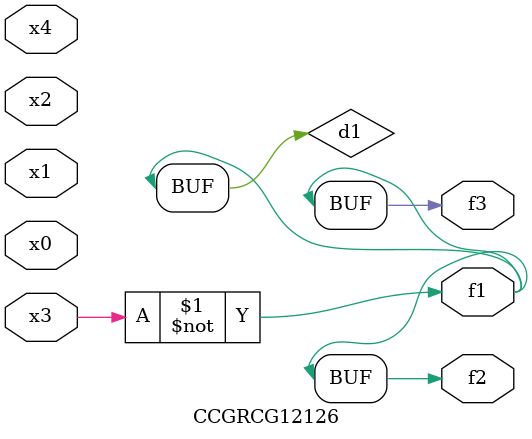
<source format=v>
module CCGRCG12126(
	input x0, x1, x2, x3, x4,
	output f1, f2, f3
);

	wire d1, d2;

	xnor (d1, x3);
	not (d2, x1);
	assign f1 = d1;
	assign f2 = d1;
	assign f3 = d1;
endmodule

</source>
